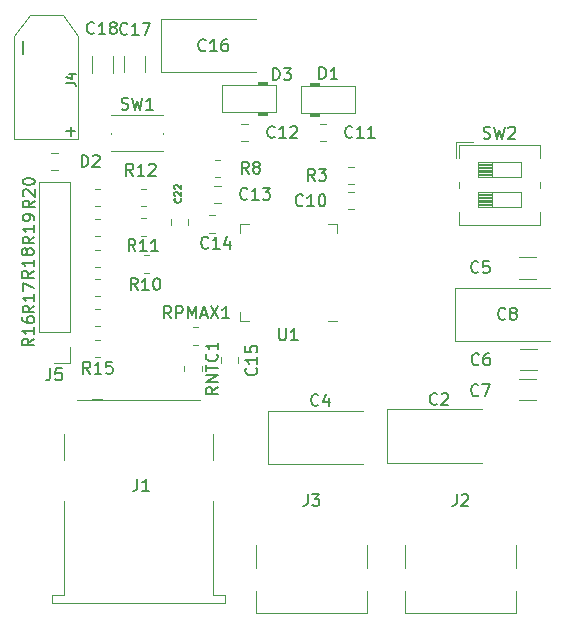
<source format=gbr>
%TF.GenerationSoftware,KiCad,Pcbnew,(6.0.5)*%
%TF.CreationDate,2022-06-14T13:50:17+08:00*%
%TF.ProjectId,V4.0,56342e30-2e6b-4696-9361-645f70636258,rev?*%
%TF.SameCoordinates,Original*%
%TF.FileFunction,Legend,Top*%
%TF.FilePolarity,Positive*%
%FSLAX46Y46*%
G04 Gerber Fmt 4.6, Leading zero omitted, Abs format (unit mm)*
G04 Created by KiCad (PCBNEW (6.0.5)) date 2022-06-14 13:50:17*
%MOMM*%
%LPD*%
G01*
G04 APERTURE LIST*
%ADD10C,0.150000*%
%ADD11C,0.120000*%
%ADD12C,0.100000*%
G04 APERTURE END LIST*
D10*
%TO.C,RNTC1*%
X123057180Y-106754728D02*
X122580990Y-107088061D01*
X123057180Y-107326157D02*
X122057180Y-107326157D01*
X122057180Y-106945204D01*
X122104800Y-106849966D01*
X122152419Y-106802347D01*
X122247657Y-106754728D01*
X122390514Y-106754728D01*
X122485752Y-106802347D01*
X122533371Y-106849966D01*
X122580990Y-106945204D01*
X122580990Y-107326157D01*
X123057180Y-106326157D02*
X122057180Y-106326157D01*
X123057180Y-105754728D01*
X122057180Y-105754728D01*
X122057180Y-105421395D02*
X122057180Y-104849966D01*
X123057180Y-105135680D02*
X122057180Y-105135680D01*
X122961942Y-103945204D02*
X123009561Y-103992823D01*
X123057180Y-104135680D01*
X123057180Y-104230919D01*
X123009561Y-104373776D01*
X122914323Y-104469014D01*
X122819085Y-104516633D01*
X122628609Y-104564252D01*
X122485752Y-104564252D01*
X122295276Y-104516633D01*
X122200038Y-104469014D01*
X122104800Y-104373776D01*
X122057180Y-104230919D01*
X122057180Y-104135680D01*
X122104800Y-103992823D01*
X122152419Y-103945204D01*
X123057180Y-102992823D02*
X123057180Y-103564252D01*
X123057180Y-103278538D02*
X122057180Y-103278538D01*
X122200038Y-103373776D01*
X122295276Y-103469014D01*
X122342895Y-103564252D01*
%TO.C,RPMAX1*%
X119116742Y-100909380D02*
X118783409Y-100433190D01*
X118545314Y-100909380D02*
X118545314Y-99909380D01*
X118926266Y-99909380D01*
X119021504Y-99957000D01*
X119069123Y-100004619D01*
X119116742Y-100099857D01*
X119116742Y-100242714D01*
X119069123Y-100337952D01*
X119021504Y-100385571D01*
X118926266Y-100433190D01*
X118545314Y-100433190D01*
X119545314Y-100909380D02*
X119545314Y-99909380D01*
X119926266Y-99909380D01*
X120021504Y-99957000D01*
X120069123Y-100004619D01*
X120116742Y-100099857D01*
X120116742Y-100242714D01*
X120069123Y-100337952D01*
X120021504Y-100385571D01*
X119926266Y-100433190D01*
X119545314Y-100433190D01*
X120545314Y-100909380D02*
X120545314Y-99909380D01*
X120878647Y-100623666D01*
X121211980Y-99909380D01*
X121211980Y-100909380D01*
X121640552Y-100623666D02*
X122116742Y-100623666D01*
X121545314Y-100909380D02*
X121878647Y-99909380D01*
X122211980Y-100909380D01*
X122450076Y-99909380D02*
X123116742Y-100909380D01*
X123116742Y-99909380D02*
X122450076Y-100909380D01*
X124021504Y-100909380D02*
X123450076Y-100909380D01*
X123735790Y-100909380D02*
X123735790Y-99909380D01*
X123640552Y-100052238D01*
X123545314Y-100147476D01*
X123450076Y-100195095D01*
%TO.C,R18*%
X107462580Y-96908857D02*
X106986390Y-97242190D01*
X107462580Y-97480285D02*
X106462580Y-97480285D01*
X106462580Y-97099333D01*
X106510200Y-97004095D01*
X106557819Y-96956476D01*
X106653057Y-96908857D01*
X106795914Y-96908857D01*
X106891152Y-96956476D01*
X106938771Y-97004095D01*
X106986390Y-97099333D01*
X106986390Y-97480285D01*
X107462580Y-95956476D02*
X107462580Y-96527904D01*
X107462580Y-96242190D02*
X106462580Y-96242190D01*
X106605438Y-96337428D01*
X106700676Y-96432666D01*
X106748295Y-96527904D01*
X106891152Y-95385047D02*
X106843533Y-95480285D01*
X106795914Y-95527904D01*
X106700676Y-95575523D01*
X106653057Y-95575523D01*
X106557819Y-95527904D01*
X106510200Y-95480285D01*
X106462580Y-95385047D01*
X106462580Y-95194571D01*
X106510200Y-95099333D01*
X106557819Y-95051714D01*
X106653057Y-95004095D01*
X106700676Y-95004095D01*
X106795914Y-95051714D01*
X106843533Y-95099333D01*
X106891152Y-95194571D01*
X106891152Y-95385047D01*
X106938771Y-95480285D01*
X106986390Y-95527904D01*
X107081628Y-95575523D01*
X107272104Y-95575523D01*
X107367342Y-95527904D01*
X107414961Y-95480285D01*
X107462580Y-95385047D01*
X107462580Y-95194571D01*
X107414961Y-95099333D01*
X107367342Y-95051714D01*
X107272104Y-95004095D01*
X107081628Y-95004095D01*
X106986390Y-95051714D01*
X106938771Y-95099333D01*
X106891152Y-95194571D01*
%TO.C,C5*%
X145121333Y-96978742D02*
X145073714Y-97026361D01*
X144930857Y-97073980D01*
X144835619Y-97073980D01*
X144692761Y-97026361D01*
X144597523Y-96931123D01*
X144549904Y-96835885D01*
X144502285Y-96645409D01*
X144502285Y-96502552D01*
X144549904Y-96312076D01*
X144597523Y-96216838D01*
X144692761Y-96121600D01*
X144835619Y-96073980D01*
X144930857Y-96073980D01*
X145073714Y-96121600D01*
X145121333Y-96169219D01*
X146026095Y-96073980D02*
X145549904Y-96073980D01*
X145502285Y-96550171D01*
X145549904Y-96502552D01*
X145645142Y-96454933D01*
X145883238Y-96454933D01*
X145978476Y-96502552D01*
X146026095Y-96550171D01*
X146073714Y-96645409D01*
X146073714Y-96883504D01*
X146026095Y-96978742D01*
X145978476Y-97026361D01*
X145883238Y-97073980D01*
X145645142Y-97073980D01*
X145549904Y-97026361D01*
X145502285Y-96978742D01*
%TO.C,C7*%
X145121333Y-107418142D02*
X145073714Y-107465761D01*
X144930857Y-107513380D01*
X144835619Y-107513380D01*
X144692761Y-107465761D01*
X144597523Y-107370523D01*
X144549904Y-107275285D01*
X144502285Y-107084809D01*
X144502285Y-106941952D01*
X144549904Y-106751476D01*
X144597523Y-106656238D01*
X144692761Y-106561000D01*
X144835619Y-106513380D01*
X144930857Y-106513380D01*
X145073714Y-106561000D01*
X145121333Y-106608619D01*
X145454666Y-106513380D02*
X146121333Y-106513380D01*
X145692761Y-107513380D01*
%TO.C,R8*%
X125690333Y-88666580D02*
X125357000Y-88190390D01*
X125118904Y-88666580D02*
X125118904Y-87666580D01*
X125499857Y-87666580D01*
X125595095Y-87714200D01*
X125642714Y-87761819D01*
X125690333Y-87857057D01*
X125690333Y-87999914D01*
X125642714Y-88095152D01*
X125595095Y-88142771D01*
X125499857Y-88190390D01*
X125118904Y-88190390D01*
X126261761Y-88095152D02*
X126166523Y-88047533D01*
X126118904Y-87999914D01*
X126071285Y-87904676D01*
X126071285Y-87857057D01*
X126118904Y-87761819D01*
X126166523Y-87714200D01*
X126261761Y-87666580D01*
X126452238Y-87666580D01*
X126547476Y-87714200D01*
X126595095Y-87761819D01*
X126642714Y-87857057D01*
X126642714Y-87904676D01*
X126595095Y-87999914D01*
X126547476Y-88047533D01*
X126452238Y-88095152D01*
X126261761Y-88095152D01*
X126166523Y-88142771D01*
X126118904Y-88190390D01*
X126071285Y-88285628D01*
X126071285Y-88476104D01*
X126118904Y-88571342D01*
X126166523Y-88618961D01*
X126261761Y-88666580D01*
X126452238Y-88666580D01*
X126547476Y-88618961D01*
X126595095Y-88571342D01*
X126642714Y-88476104D01*
X126642714Y-88285628D01*
X126595095Y-88190390D01*
X126547476Y-88142771D01*
X126452238Y-88095152D01*
%TO.C,R12*%
X115892342Y-88844380D02*
X115559009Y-88368190D01*
X115320914Y-88844380D02*
X115320914Y-87844380D01*
X115701866Y-87844380D01*
X115797104Y-87892000D01*
X115844723Y-87939619D01*
X115892342Y-88034857D01*
X115892342Y-88177714D01*
X115844723Y-88272952D01*
X115797104Y-88320571D01*
X115701866Y-88368190D01*
X115320914Y-88368190D01*
X116844723Y-88844380D02*
X116273295Y-88844380D01*
X116559009Y-88844380D02*
X116559009Y-87844380D01*
X116463771Y-87987238D01*
X116368533Y-88082476D01*
X116273295Y-88130095D01*
X117225676Y-87939619D02*
X117273295Y-87892000D01*
X117368533Y-87844380D01*
X117606628Y-87844380D01*
X117701866Y-87892000D01*
X117749485Y-87939619D01*
X117797104Y-88034857D01*
X117797104Y-88130095D01*
X117749485Y-88272952D01*
X117178057Y-88844380D01*
X117797104Y-88844380D01*
%TO.C,D2*%
X111529904Y-88107780D02*
X111529904Y-87107780D01*
X111768000Y-87107780D01*
X111910857Y-87155400D01*
X112006095Y-87250638D01*
X112053714Y-87345876D01*
X112101333Y-87536352D01*
X112101333Y-87679209D01*
X112053714Y-87869685D01*
X112006095Y-87964923D01*
X111910857Y-88060161D01*
X111768000Y-88107780D01*
X111529904Y-88107780D01*
X112482285Y-87203019D02*
X112529904Y-87155400D01*
X112625142Y-87107780D01*
X112863238Y-87107780D01*
X112958476Y-87155400D01*
X113006095Y-87203019D01*
X113053714Y-87298257D01*
X113053714Y-87393495D01*
X113006095Y-87536352D01*
X112434666Y-88107780D01*
X113053714Y-88107780D01*
%TO.C,R16*%
X107513380Y-102649257D02*
X107037190Y-102982590D01*
X107513380Y-103220685D02*
X106513380Y-103220685D01*
X106513380Y-102839733D01*
X106561000Y-102744495D01*
X106608619Y-102696876D01*
X106703857Y-102649257D01*
X106846714Y-102649257D01*
X106941952Y-102696876D01*
X106989571Y-102744495D01*
X107037190Y-102839733D01*
X107037190Y-103220685D01*
X107513380Y-101696876D02*
X107513380Y-102268304D01*
X107513380Y-101982590D02*
X106513380Y-101982590D01*
X106656238Y-102077828D01*
X106751476Y-102173066D01*
X106799095Y-102268304D01*
X106513380Y-100839733D02*
X106513380Y-101030209D01*
X106561000Y-101125447D01*
X106608619Y-101173066D01*
X106751476Y-101268304D01*
X106941952Y-101315923D01*
X107322904Y-101315923D01*
X107418142Y-101268304D01*
X107465761Y-101220685D01*
X107513380Y-101125447D01*
X107513380Y-100934971D01*
X107465761Y-100839733D01*
X107418142Y-100792114D01*
X107322904Y-100744495D01*
X107084809Y-100744495D01*
X106989571Y-100792114D01*
X106941952Y-100839733D01*
X106894333Y-100934971D01*
X106894333Y-101125447D01*
X106941952Y-101220685D01*
X106989571Y-101268304D01*
X107084809Y-101315923D01*
%TO.C,C18*%
X112590342Y-76760342D02*
X112542723Y-76807961D01*
X112399866Y-76855580D01*
X112304628Y-76855580D01*
X112161771Y-76807961D01*
X112066533Y-76712723D01*
X112018914Y-76617485D01*
X111971295Y-76427009D01*
X111971295Y-76284152D01*
X112018914Y-76093676D01*
X112066533Y-75998438D01*
X112161771Y-75903200D01*
X112304628Y-75855580D01*
X112399866Y-75855580D01*
X112542723Y-75903200D01*
X112590342Y-75950819D01*
X113542723Y-76855580D02*
X112971295Y-76855580D01*
X113257009Y-76855580D02*
X113257009Y-75855580D01*
X113161771Y-75998438D01*
X113066533Y-76093676D01*
X112971295Y-76141295D01*
X114114152Y-76284152D02*
X114018914Y-76236533D01*
X113971295Y-76188914D01*
X113923676Y-76093676D01*
X113923676Y-76046057D01*
X113971295Y-75950819D01*
X114018914Y-75903200D01*
X114114152Y-75855580D01*
X114304628Y-75855580D01*
X114399866Y-75903200D01*
X114447485Y-75950819D01*
X114495104Y-76046057D01*
X114495104Y-76093676D01*
X114447485Y-76188914D01*
X114399866Y-76236533D01*
X114304628Y-76284152D01*
X114114152Y-76284152D01*
X114018914Y-76331771D01*
X113971295Y-76379390D01*
X113923676Y-76474628D01*
X113923676Y-76665104D01*
X113971295Y-76760342D01*
X114018914Y-76807961D01*
X114114152Y-76855580D01*
X114304628Y-76855580D01*
X114399866Y-76807961D01*
X114447485Y-76760342D01*
X114495104Y-76665104D01*
X114495104Y-76474628D01*
X114447485Y-76379390D01*
X114399866Y-76331771D01*
X114304628Y-76284152D01*
%TO.C,R11*%
X116095542Y-95219780D02*
X115762209Y-94743590D01*
X115524114Y-95219780D02*
X115524114Y-94219780D01*
X115905066Y-94219780D01*
X116000304Y-94267400D01*
X116047923Y-94315019D01*
X116095542Y-94410257D01*
X116095542Y-94553114D01*
X116047923Y-94648352D01*
X116000304Y-94695971D01*
X115905066Y-94743590D01*
X115524114Y-94743590D01*
X117047923Y-95219780D02*
X116476495Y-95219780D01*
X116762209Y-95219780D02*
X116762209Y-94219780D01*
X116666971Y-94362638D01*
X116571733Y-94457876D01*
X116476495Y-94505495D01*
X118000304Y-95219780D02*
X117428876Y-95219780D01*
X117714590Y-95219780D02*
X117714590Y-94219780D01*
X117619352Y-94362638D01*
X117524114Y-94457876D01*
X117428876Y-94505495D01*
%TO.C,C12*%
X127881142Y-85548742D02*
X127833523Y-85596361D01*
X127690666Y-85643980D01*
X127595428Y-85643980D01*
X127452571Y-85596361D01*
X127357333Y-85501123D01*
X127309714Y-85405885D01*
X127262095Y-85215409D01*
X127262095Y-85072552D01*
X127309714Y-84882076D01*
X127357333Y-84786838D01*
X127452571Y-84691600D01*
X127595428Y-84643980D01*
X127690666Y-84643980D01*
X127833523Y-84691600D01*
X127881142Y-84739219D01*
X128833523Y-85643980D02*
X128262095Y-85643980D01*
X128547809Y-85643980D02*
X128547809Y-84643980D01*
X128452571Y-84786838D01*
X128357333Y-84882076D01*
X128262095Y-84929695D01*
X129214476Y-84739219D02*
X129262095Y-84691600D01*
X129357333Y-84643980D01*
X129595428Y-84643980D01*
X129690666Y-84691600D01*
X129738285Y-84739219D01*
X129785904Y-84834457D01*
X129785904Y-84929695D01*
X129738285Y-85072552D01*
X129166857Y-85643980D01*
X129785904Y-85643980D01*
%TO.C,C11*%
X134459742Y-85548742D02*
X134412123Y-85596361D01*
X134269266Y-85643980D01*
X134174028Y-85643980D01*
X134031171Y-85596361D01*
X133935933Y-85501123D01*
X133888314Y-85405885D01*
X133840695Y-85215409D01*
X133840695Y-85072552D01*
X133888314Y-84882076D01*
X133935933Y-84786838D01*
X134031171Y-84691600D01*
X134174028Y-84643980D01*
X134269266Y-84643980D01*
X134412123Y-84691600D01*
X134459742Y-84739219D01*
X135412123Y-85643980D02*
X134840695Y-85643980D01*
X135126409Y-85643980D02*
X135126409Y-84643980D01*
X135031171Y-84786838D01*
X134935933Y-84882076D01*
X134840695Y-84929695D01*
X136364504Y-85643980D02*
X135793076Y-85643980D01*
X136078790Y-85643980D02*
X136078790Y-84643980D01*
X135983552Y-84786838D01*
X135888314Y-84882076D01*
X135793076Y-84929695D01*
%TO.C,C4*%
X131583333Y-108257142D02*
X131535714Y-108304761D01*
X131392857Y-108352380D01*
X131297619Y-108352380D01*
X131154761Y-108304761D01*
X131059523Y-108209523D01*
X131011904Y-108114285D01*
X130964285Y-107923809D01*
X130964285Y-107780952D01*
X131011904Y-107590476D01*
X131059523Y-107495238D01*
X131154761Y-107400000D01*
X131297619Y-107352380D01*
X131392857Y-107352380D01*
X131535714Y-107400000D01*
X131583333Y-107447619D01*
X132440476Y-107685714D02*
X132440476Y-108352380D01*
X132202380Y-107304761D02*
X131964285Y-108019047D01*
X132583333Y-108019047D01*
%TO.C,SW1*%
X114922466Y-83197161D02*
X115065323Y-83244780D01*
X115303419Y-83244780D01*
X115398657Y-83197161D01*
X115446276Y-83149542D01*
X115493895Y-83054304D01*
X115493895Y-82959066D01*
X115446276Y-82863828D01*
X115398657Y-82816209D01*
X115303419Y-82768590D01*
X115112942Y-82720971D01*
X115017704Y-82673352D01*
X114970085Y-82625733D01*
X114922466Y-82530495D01*
X114922466Y-82435257D01*
X114970085Y-82340019D01*
X115017704Y-82292400D01*
X115112942Y-82244780D01*
X115351038Y-82244780D01*
X115493895Y-82292400D01*
X115827228Y-82244780D02*
X116065323Y-83244780D01*
X116255800Y-82530495D01*
X116446276Y-83244780D01*
X116684371Y-82244780D01*
X117589133Y-83244780D02*
X117017704Y-83244780D01*
X117303419Y-83244780D02*
X117303419Y-82244780D01*
X117208180Y-82387638D01*
X117112942Y-82482876D01*
X117017704Y-82530495D01*
%TO.C,U1*%
X128270095Y-101780380D02*
X128270095Y-102589904D01*
X128317714Y-102685142D01*
X128365333Y-102732761D01*
X128460571Y-102780380D01*
X128651047Y-102780380D01*
X128746285Y-102732761D01*
X128793904Y-102685142D01*
X128841523Y-102589904D01*
X128841523Y-101780380D01*
X129841523Y-102780380D02*
X129270095Y-102780380D01*
X129555809Y-102780380D02*
X129555809Y-101780380D01*
X129460571Y-101923238D01*
X129365333Y-102018476D01*
X129270095Y-102066095D01*
%TO.C,C6*%
X145172133Y-104801942D02*
X145124514Y-104849561D01*
X144981657Y-104897180D01*
X144886419Y-104897180D01*
X144743561Y-104849561D01*
X144648323Y-104754323D01*
X144600704Y-104659085D01*
X144553085Y-104468609D01*
X144553085Y-104325752D01*
X144600704Y-104135276D01*
X144648323Y-104040038D01*
X144743561Y-103944800D01*
X144886419Y-103897180D01*
X144981657Y-103897180D01*
X145124514Y-103944800D01*
X145172133Y-103992419D01*
X146029276Y-103897180D02*
X145838800Y-103897180D01*
X145743561Y-103944800D01*
X145695942Y-103992419D01*
X145600704Y-104135276D01*
X145553085Y-104325752D01*
X145553085Y-104706704D01*
X145600704Y-104801942D01*
X145648323Y-104849561D01*
X145743561Y-104897180D01*
X145934038Y-104897180D01*
X146029276Y-104849561D01*
X146076895Y-104801942D01*
X146124514Y-104706704D01*
X146124514Y-104468609D01*
X146076895Y-104373371D01*
X146029276Y-104325752D01*
X145934038Y-104278133D01*
X145743561Y-104278133D01*
X145648323Y-104325752D01*
X145600704Y-104373371D01*
X145553085Y-104468609D01*
%TO.C,R19*%
X107538780Y-94013257D02*
X107062590Y-94346590D01*
X107538780Y-94584685D02*
X106538780Y-94584685D01*
X106538780Y-94203733D01*
X106586400Y-94108495D01*
X106634019Y-94060876D01*
X106729257Y-94013257D01*
X106872114Y-94013257D01*
X106967352Y-94060876D01*
X107014971Y-94108495D01*
X107062590Y-94203733D01*
X107062590Y-94584685D01*
X107538780Y-93060876D02*
X107538780Y-93632304D01*
X107538780Y-93346590D02*
X106538780Y-93346590D01*
X106681638Y-93441828D01*
X106776876Y-93537066D01*
X106824495Y-93632304D01*
X107538780Y-92584685D02*
X107538780Y-92394209D01*
X107491161Y-92298971D01*
X107443542Y-92251352D01*
X107300685Y-92156114D01*
X107110209Y-92108495D01*
X106729257Y-92108495D01*
X106634019Y-92156114D01*
X106586400Y-92203733D01*
X106538780Y-92298971D01*
X106538780Y-92489447D01*
X106586400Y-92584685D01*
X106634019Y-92632304D01*
X106729257Y-92679923D01*
X106967352Y-92679923D01*
X107062590Y-92632304D01*
X107110209Y-92584685D01*
X107157828Y-92489447D01*
X107157828Y-92298971D01*
X107110209Y-92203733D01*
X107062590Y-92156114D01*
X106967352Y-92108495D01*
%TO.C,C8*%
X147407333Y-100941142D02*
X147359714Y-100988761D01*
X147216857Y-101036380D01*
X147121619Y-101036380D01*
X146978761Y-100988761D01*
X146883523Y-100893523D01*
X146835904Y-100798285D01*
X146788285Y-100607809D01*
X146788285Y-100464952D01*
X146835904Y-100274476D01*
X146883523Y-100179238D01*
X146978761Y-100084000D01*
X147121619Y-100036380D01*
X147216857Y-100036380D01*
X147359714Y-100084000D01*
X147407333Y-100131619D01*
X147978761Y-100464952D02*
X147883523Y-100417333D01*
X147835904Y-100369714D01*
X147788285Y-100274476D01*
X147788285Y-100226857D01*
X147835904Y-100131619D01*
X147883523Y-100084000D01*
X147978761Y-100036380D01*
X148169238Y-100036380D01*
X148264476Y-100084000D01*
X148312095Y-100131619D01*
X148359714Y-100226857D01*
X148359714Y-100274476D01*
X148312095Y-100369714D01*
X148264476Y-100417333D01*
X148169238Y-100464952D01*
X147978761Y-100464952D01*
X147883523Y-100512571D01*
X147835904Y-100560190D01*
X147788285Y-100655428D01*
X147788285Y-100845904D01*
X147835904Y-100941142D01*
X147883523Y-100988761D01*
X147978761Y-101036380D01*
X148169238Y-101036380D01*
X148264476Y-100988761D01*
X148312095Y-100941142D01*
X148359714Y-100845904D01*
X148359714Y-100655428D01*
X148312095Y-100560190D01*
X148264476Y-100512571D01*
X148169238Y-100464952D01*
%TO.C,D3*%
X127735104Y-80741780D02*
X127735104Y-79741780D01*
X127973200Y-79741780D01*
X128116057Y-79789400D01*
X128211295Y-79884638D01*
X128258914Y-79979876D01*
X128306533Y-80170352D01*
X128306533Y-80313209D01*
X128258914Y-80503685D01*
X128211295Y-80598923D01*
X128116057Y-80694161D01*
X127973200Y-80741780D01*
X127735104Y-80741780D01*
X128639866Y-79741780D02*
X129258914Y-79741780D01*
X128925580Y-80122733D01*
X129068438Y-80122733D01*
X129163676Y-80170352D01*
X129211295Y-80217971D01*
X129258914Y-80313209D01*
X129258914Y-80551304D01*
X129211295Y-80646542D01*
X129163676Y-80694161D01*
X129068438Y-80741780D01*
X128782723Y-80741780D01*
X128687485Y-80694161D01*
X128639866Y-80646542D01*
%TO.C,R17*%
X107538780Y-99855257D02*
X107062590Y-100188590D01*
X107538780Y-100426685D02*
X106538780Y-100426685D01*
X106538780Y-100045733D01*
X106586400Y-99950495D01*
X106634019Y-99902876D01*
X106729257Y-99855257D01*
X106872114Y-99855257D01*
X106967352Y-99902876D01*
X107014971Y-99950495D01*
X107062590Y-100045733D01*
X107062590Y-100426685D01*
X107538780Y-98902876D02*
X107538780Y-99474304D01*
X107538780Y-99188590D02*
X106538780Y-99188590D01*
X106681638Y-99283828D01*
X106776876Y-99379066D01*
X106824495Y-99474304D01*
X106538780Y-98569542D02*
X106538780Y-97902876D01*
X107538780Y-98331447D01*
%TO.C,J4*%
X110229704Y-80987866D02*
X110801133Y-80987866D01*
X110915419Y-81025961D01*
X110991609Y-81102152D01*
X111029704Y-81216438D01*
X111029704Y-81292628D01*
X110496371Y-80264057D02*
X111029704Y-80264057D01*
X110191609Y-80454533D02*
X110763038Y-80645009D01*
X110763038Y-80149771D01*
X106533142Y-78549428D02*
X106533142Y-77406571D01*
X110612228Y-85470952D02*
X110612228Y-84709047D01*
X110993180Y-85090000D02*
X110231276Y-85090000D01*
%TO.C,C16*%
X122039142Y-78208142D02*
X121991523Y-78255761D01*
X121848666Y-78303380D01*
X121753428Y-78303380D01*
X121610571Y-78255761D01*
X121515333Y-78160523D01*
X121467714Y-78065285D01*
X121420095Y-77874809D01*
X121420095Y-77731952D01*
X121467714Y-77541476D01*
X121515333Y-77446238D01*
X121610571Y-77351000D01*
X121753428Y-77303380D01*
X121848666Y-77303380D01*
X121991523Y-77351000D01*
X122039142Y-77398619D01*
X122991523Y-78303380D02*
X122420095Y-78303380D01*
X122705809Y-78303380D02*
X122705809Y-77303380D01*
X122610571Y-77446238D01*
X122515333Y-77541476D01*
X122420095Y-77589095D01*
X123848666Y-77303380D02*
X123658190Y-77303380D01*
X123562952Y-77351000D01*
X123515333Y-77398619D01*
X123420095Y-77541476D01*
X123372476Y-77731952D01*
X123372476Y-78112904D01*
X123420095Y-78208142D01*
X123467714Y-78255761D01*
X123562952Y-78303380D01*
X123753428Y-78303380D01*
X123848666Y-78255761D01*
X123896285Y-78208142D01*
X123943904Y-78112904D01*
X123943904Y-77874809D01*
X123896285Y-77779571D01*
X123848666Y-77731952D01*
X123753428Y-77684333D01*
X123562952Y-77684333D01*
X123467714Y-77731952D01*
X123420095Y-77779571D01*
X123372476Y-77874809D01*
%TO.C,C2*%
X141633333Y-108157142D02*
X141585714Y-108204761D01*
X141442857Y-108252380D01*
X141347619Y-108252380D01*
X141204761Y-108204761D01*
X141109523Y-108109523D01*
X141061904Y-108014285D01*
X141014285Y-107823809D01*
X141014285Y-107680952D01*
X141061904Y-107490476D01*
X141109523Y-107395238D01*
X141204761Y-107300000D01*
X141347619Y-107252380D01*
X141442857Y-107252380D01*
X141585714Y-107300000D01*
X141633333Y-107347619D01*
X142014285Y-107347619D02*
X142061904Y-107300000D01*
X142157142Y-107252380D01*
X142395238Y-107252380D01*
X142490476Y-107300000D01*
X142538095Y-107347619D01*
X142585714Y-107442857D01*
X142585714Y-107538095D01*
X142538095Y-107680952D01*
X141966666Y-108252380D01*
X142585714Y-108252380D01*
%TO.C,C14*%
X122267742Y-94921342D02*
X122220123Y-94968961D01*
X122077266Y-95016580D01*
X121982028Y-95016580D01*
X121839171Y-94968961D01*
X121743933Y-94873723D01*
X121696314Y-94778485D01*
X121648695Y-94588009D01*
X121648695Y-94445152D01*
X121696314Y-94254676D01*
X121743933Y-94159438D01*
X121839171Y-94064200D01*
X121982028Y-94016580D01*
X122077266Y-94016580D01*
X122220123Y-94064200D01*
X122267742Y-94111819D01*
X123220123Y-95016580D02*
X122648695Y-95016580D01*
X122934409Y-95016580D02*
X122934409Y-94016580D01*
X122839171Y-94159438D01*
X122743933Y-94254676D01*
X122648695Y-94302295D01*
X124077266Y-94349914D02*
X124077266Y-95016580D01*
X123839171Y-93968961D02*
X123601076Y-94683247D01*
X124220123Y-94683247D01*
%TO.C,C10*%
X130268742Y-91339942D02*
X130221123Y-91387561D01*
X130078266Y-91435180D01*
X129983028Y-91435180D01*
X129840171Y-91387561D01*
X129744933Y-91292323D01*
X129697314Y-91197085D01*
X129649695Y-91006609D01*
X129649695Y-90863752D01*
X129697314Y-90673276D01*
X129744933Y-90578038D01*
X129840171Y-90482800D01*
X129983028Y-90435180D01*
X130078266Y-90435180D01*
X130221123Y-90482800D01*
X130268742Y-90530419D01*
X131221123Y-91435180D02*
X130649695Y-91435180D01*
X130935409Y-91435180D02*
X130935409Y-90435180D01*
X130840171Y-90578038D01*
X130744933Y-90673276D01*
X130649695Y-90720895D01*
X131840171Y-90435180D02*
X131935409Y-90435180D01*
X132030647Y-90482800D01*
X132078266Y-90530419D01*
X132125885Y-90625657D01*
X132173504Y-90816133D01*
X132173504Y-91054228D01*
X132125885Y-91244704D01*
X132078266Y-91339942D01*
X132030647Y-91387561D01*
X131935409Y-91435180D01*
X131840171Y-91435180D01*
X131744933Y-91387561D01*
X131697314Y-91339942D01*
X131649695Y-91244704D01*
X131602076Y-91054228D01*
X131602076Y-90816133D01*
X131649695Y-90625657D01*
X131697314Y-90530419D01*
X131744933Y-90482800D01*
X131840171Y-90435180D01*
%TO.C,R10*%
X116273342Y-98521780D02*
X115940009Y-98045590D01*
X115701914Y-98521780D02*
X115701914Y-97521780D01*
X116082866Y-97521780D01*
X116178104Y-97569400D01*
X116225723Y-97617019D01*
X116273342Y-97712257D01*
X116273342Y-97855114D01*
X116225723Y-97950352D01*
X116178104Y-97997971D01*
X116082866Y-98045590D01*
X115701914Y-98045590D01*
X117225723Y-98521780D02*
X116654295Y-98521780D01*
X116940009Y-98521780D02*
X116940009Y-97521780D01*
X116844771Y-97664638D01*
X116749533Y-97759876D01*
X116654295Y-97807495D01*
X117844771Y-97521780D02*
X117940009Y-97521780D01*
X118035247Y-97569400D01*
X118082866Y-97617019D01*
X118130485Y-97712257D01*
X118178104Y-97902733D01*
X118178104Y-98140828D01*
X118130485Y-98331304D01*
X118082866Y-98426542D01*
X118035247Y-98474161D01*
X117940009Y-98521780D01*
X117844771Y-98521780D01*
X117749533Y-98474161D01*
X117701914Y-98426542D01*
X117654295Y-98331304D01*
X117606676Y-98140828D01*
X117606676Y-97902733D01*
X117654295Y-97712257D01*
X117701914Y-97617019D01*
X117749533Y-97569400D01*
X117844771Y-97521780D01*
%TO.C,R20*%
X107564180Y-90965257D02*
X107087990Y-91298590D01*
X107564180Y-91536685D02*
X106564180Y-91536685D01*
X106564180Y-91155733D01*
X106611800Y-91060495D01*
X106659419Y-91012876D01*
X106754657Y-90965257D01*
X106897514Y-90965257D01*
X106992752Y-91012876D01*
X107040371Y-91060495D01*
X107087990Y-91155733D01*
X107087990Y-91536685D01*
X106659419Y-90584304D02*
X106611800Y-90536685D01*
X106564180Y-90441447D01*
X106564180Y-90203352D01*
X106611800Y-90108114D01*
X106659419Y-90060495D01*
X106754657Y-90012876D01*
X106849895Y-90012876D01*
X106992752Y-90060495D01*
X107564180Y-90631923D01*
X107564180Y-90012876D01*
X106564180Y-89393828D02*
X106564180Y-89298590D01*
X106611800Y-89203352D01*
X106659419Y-89155733D01*
X106754657Y-89108114D01*
X106945133Y-89060495D01*
X107183228Y-89060495D01*
X107373704Y-89108114D01*
X107468942Y-89155733D01*
X107516561Y-89203352D01*
X107564180Y-89298590D01*
X107564180Y-89393828D01*
X107516561Y-89489066D01*
X107468942Y-89536685D01*
X107373704Y-89584304D01*
X107183228Y-89631923D01*
X106945133Y-89631923D01*
X106754657Y-89584304D01*
X106659419Y-89536685D01*
X106611800Y-89489066D01*
X106564180Y-89393828D01*
%TO.C,C15*%
X126315742Y-105138457D02*
X126363361Y-105186076D01*
X126410980Y-105328933D01*
X126410980Y-105424171D01*
X126363361Y-105567028D01*
X126268123Y-105662266D01*
X126172885Y-105709885D01*
X125982409Y-105757504D01*
X125839552Y-105757504D01*
X125649076Y-105709885D01*
X125553838Y-105662266D01*
X125458600Y-105567028D01*
X125410980Y-105424171D01*
X125410980Y-105328933D01*
X125458600Y-105186076D01*
X125506219Y-105138457D01*
X126410980Y-104186076D02*
X126410980Y-104757504D01*
X126410980Y-104471790D02*
X125410980Y-104471790D01*
X125553838Y-104567028D01*
X125649076Y-104662266D01*
X125696695Y-104757504D01*
X125410980Y-103281314D02*
X125410980Y-103757504D01*
X125887171Y-103805123D01*
X125839552Y-103757504D01*
X125791933Y-103662266D01*
X125791933Y-103424171D01*
X125839552Y-103328933D01*
X125887171Y-103281314D01*
X125982409Y-103233695D01*
X126220504Y-103233695D01*
X126315742Y-103281314D01*
X126363361Y-103328933D01*
X126410980Y-103424171D01*
X126410980Y-103662266D01*
X126363361Y-103757504D01*
X126315742Y-103805123D01*
%TO.C,C17*%
X115409742Y-76811142D02*
X115362123Y-76858761D01*
X115219266Y-76906380D01*
X115124028Y-76906380D01*
X114981171Y-76858761D01*
X114885933Y-76763523D01*
X114838314Y-76668285D01*
X114790695Y-76477809D01*
X114790695Y-76334952D01*
X114838314Y-76144476D01*
X114885933Y-76049238D01*
X114981171Y-75954000D01*
X115124028Y-75906380D01*
X115219266Y-75906380D01*
X115362123Y-75954000D01*
X115409742Y-76001619D01*
X116362123Y-76906380D02*
X115790695Y-76906380D01*
X116076409Y-76906380D02*
X116076409Y-75906380D01*
X115981171Y-76049238D01*
X115885933Y-76144476D01*
X115790695Y-76192095D01*
X116695457Y-75906380D02*
X117362123Y-75906380D01*
X116933552Y-76906380D01*
%TO.C,C13*%
X125569742Y-90781142D02*
X125522123Y-90828761D01*
X125379266Y-90876380D01*
X125284028Y-90876380D01*
X125141171Y-90828761D01*
X125045933Y-90733523D01*
X124998314Y-90638285D01*
X124950695Y-90447809D01*
X124950695Y-90304952D01*
X124998314Y-90114476D01*
X125045933Y-90019238D01*
X125141171Y-89924000D01*
X125284028Y-89876380D01*
X125379266Y-89876380D01*
X125522123Y-89924000D01*
X125569742Y-89971619D01*
X126522123Y-90876380D02*
X125950695Y-90876380D01*
X126236409Y-90876380D02*
X126236409Y-89876380D01*
X126141171Y-90019238D01*
X126045933Y-90114476D01*
X125950695Y-90162095D01*
X126855457Y-89876380D02*
X127474504Y-89876380D01*
X127141171Y-90257333D01*
X127284028Y-90257333D01*
X127379266Y-90304952D01*
X127426885Y-90352571D01*
X127474504Y-90447809D01*
X127474504Y-90685904D01*
X127426885Y-90781142D01*
X127379266Y-90828761D01*
X127284028Y-90876380D01*
X126998314Y-90876380D01*
X126903076Y-90828761D01*
X126855457Y-90781142D01*
%TO.C,SW2*%
X145580266Y-85661361D02*
X145723123Y-85708980D01*
X145961219Y-85708980D01*
X146056457Y-85661361D01*
X146104076Y-85613742D01*
X146151695Y-85518504D01*
X146151695Y-85423266D01*
X146104076Y-85328028D01*
X146056457Y-85280409D01*
X145961219Y-85232790D01*
X145770742Y-85185171D01*
X145675504Y-85137552D01*
X145627885Y-85089933D01*
X145580266Y-84994695D01*
X145580266Y-84899457D01*
X145627885Y-84804219D01*
X145675504Y-84756600D01*
X145770742Y-84708980D01*
X146008838Y-84708980D01*
X146151695Y-84756600D01*
X146485028Y-84708980D02*
X146723123Y-85708980D01*
X146913600Y-84994695D01*
X147104076Y-85708980D01*
X147342171Y-84708980D01*
X147675504Y-84804219D02*
X147723123Y-84756600D01*
X147818361Y-84708980D01*
X148056457Y-84708980D01*
X148151695Y-84756600D01*
X148199314Y-84804219D01*
X148246933Y-84899457D01*
X148246933Y-84994695D01*
X148199314Y-85137552D01*
X147627885Y-85708980D01*
X148246933Y-85708980D01*
%TO.C,J2*%
X143278266Y-115807380D02*
X143278266Y-116521666D01*
X143230647Y-116664523D01*
X143135409Y-116759761D01*
X142992552Y-116807380D01*
X142897314Y-116807380D01*
X143706838Y-115902619D02*
X143754457Y-115855000D01*
X143849695Y-115807380D01*
X144087790Y-115807380D01*
X144183028Y-115855000D01*
X144230647Y-115902619D01*
X144278266Y-115997857D01*
X144278266Y-116093095D01*
X144230647Y-116235952D01*
X143659219Y-116807380D01*
X144278266Y-116807380D01*
%TO.C,R3*%
X131278333Y-89276180D02*
X130945000Y-88799990D01*
X130706904Y-89276180D02*
X130706904Y-88276180D01*
X131087857Y-88276180D01*
X131183095Y-88323800D01*
X131230714Y-88371419D01*
X131278333Y-88466657D01*
X131278333Y-88609514D01*
X131230714Y-88704752D01*
X131183095Y-88752371D01*
X131087857Y-88799990D01*
X130706904Y-88799990D01*
X131611666Y-88276180D02*
X132230714Y-88276180D01*
X131897380Y-88657133D01*
X132040238Y-88657133D01*
X132135476Y-88704752D01*
X132183095Y-88752371D01*
X132230714Y-88847609D01*
X132230714Y-89085704D01*
X132183095Y-89180942D01*
X132135476Y-89228561D01*
X132040238Y-89276180D01*
X131754523Y-89276180D01*
X131659285Y-89228561D01*
X131611666Y-89180942D01*
%TO.C,J5*%
X108886666Y-105160380D02*
X108886666Y-105874666D01*
X108839047Y-106017523D01*
X108743809Y-106112761D01*
X108600952Y-106160380D01*
X108505714Y-106160380D01*
X109839047Y-105160380D02*
X109362857Y-105160380D01*
X109315238Y-105636571D01*
X109362857Y-105588952D01*
X109458095Y-105541333D01*
X109696190Y-105541333D01*
X109791428Y-105588952D01*
X109839047Y-105636571D01*
X109886666Y-105731809D01*
X109886666Y-105969904D01*
X109839047Y-106065142D01*
X109791428Y-106112761D01*
X109696190Y-106160380D01*
X109458095Y-106160380D01*
X109362857Y-106112761D01*
X109315238Y-106065142D01*
%TO.C,J1*%
X116252666Y-114514380D02*
X116252666Y-115228666D01*
X116205047Y-115371523D01*
X116109809Y-115466761D01*
X115966952Y-115514380D01*
X115871714Y-115514380D01*
X117252666Y-115514380D02*
X116681238Y-115514380D01*
X116966952Y-115514380D02*
X116966952Y-114514380D01*
X116871714Y-114657238D01*
X116776476Y-114752476D01*
X116681238Y-114800095D01*
%TO.C,J3*%
X130666666Y-115807380D02*
X130666666Y-116521666D01*
X130619047Y-116664523D01*
X130523809Y-116759761D01*
X130380952Y-116807380D01*
X130285714Y-116807380D01*
X131047619Y-115807380D02*
X131666666Y-115807380D01*
X131333333Y-116188333D01*
X131476190Y-116188333D01*
X131571428Y-116235952D01*
X131619047Y-116283571D01*
X131666666Y-116378809D01*
X131666666Y-116616904D01*
X131619047Y-116712142D01*
X131571428Y-116759761D01*
X131476190Y-116807380D01*
X131190476Y-116807380D01*
X131095238Y-116759761D01*
X131047619Y-116712142D01*
%TO.C,C22*%
X119924485Y-90758914D02*
X119953057Y-90787485D01*
X119981628Y-90873200D01*
X119981628Y-90930342D01*
X119953057Y-91016057D01*
X119895914Y-91073200D01*
X119838771Y-91101771D01*
X119724485Y-91130342D01*
X119638771Y-91130342D01*
X119524485Y-91101771D01*
X119467342Y-91073200D01*
X119410200Y-91016057D01*
X119381628Y-90930342D01*
X119381628Y-90873200D01*
X119410200Y-90787485D01*
X119438771Y-90758914D01*
X119438771Y-90530342D02*
X119410200Y-90501771D01*
X119381628Y-90444628D01*
X119381628Y-90301771D01*
X119410200Y-90244628D01*
X119438771Y-90216057D01*
X119495914Y-90187485D01*
X119553057Y-90187485D01*
X119638771Y-90216057D01*
X119981628Y-90558914D01*
X119981628Y-90187485D01*
X119438771Y-89958914D02*
X119410200Y-89930342D01*
X119381628Y-89873200D01*
X119381628Y-89730342D01*
X119410200Y-89673200D01*
X119438771Y-89644628D01*
X119495914Y-89616057D01*
X119553057Y-89616057D01*
X119638771Y-89644628D01*
X119981628Y-89987485D01*
X119981628Y-89616057D01*
%TO.C,D1*%
X131672104Y-80665580D02*
X131672104Y-79665580D01*
X131910200Y-79665580D01*
X132053057Y-79713200D01*
X132148295Y-79808438D01*
X132195914Y-79903676D01*
X132243533Y-80094152D01*
X132243533Y-80237009D01*
X132195914Y-80427485D01*
X132148295Y-80522723D01*
X132053057Y-80617961D01*
X131910200Y-80665580D01*
X131672104Y-80665580D01*
X133195914Y-80665580D02*
X132624485Y-80665580D01*
X132910200Y-80665580D02*
X132910200Y-79665580D01*
X132814961Y-79808438D01*
X132719723Y-79903676D01*
X132624485Y-79951295D01*
%TO.C,R15*%
X112260142Y-105607380D02*
X111926809Y-105131190D01*
X111688714Y-105607380D02*
X111688714Y-104607380D01*
X112069666Y-104607380D01*
X112164904Y-104655000D01*
X112212523Y-104702619D01*
X112260142Y-104797857D01*
X112260142Y-104940714D01*
X112212523Y-105035952D01*
X112164904Y-105083571D01*
X112069666Y-105131190D01*
X111688714Y-105131190D01*
X113212523Y-105607380D02*
X112641095Y-105607380D01*
X112926809Y-105607380D02*
X112926809Y-104607380D01*
X112831571Y-104750238D01*
X112736333Y-104845476D01*
X112641095Y-104893095D01*
X114117285Y-104607380D02*
X113641095Y-104607380D01*
X113593476Y-105083571D01*
X113641095Y-105035952D01*
X113736333Y-104988333D01*
X113974428Y-104988333D01*
X114069666Y-105035952D01*
X114117285Y-105083571D01*
X114164904Y-105178809D01*
X114164904Y-105416904D01*
X114117285Y-105512142D01*
X114069666Y-105559761D01*
X113974428Y-105607380D01*
X113736333Y-105607380D01*
X113641095Y-105559761D01*
X113593476Y-105512142D01*
D11*
%TO.C,RNTC1*%
X120219800Y-104956236D02*
X120219800Y-105410364D01*
X121689800Y-104956236D02*
X121689800Y-105410364D01*
%TO.C,RPMAX1*%
X121385064Y-103147800D02*
X120930936Y-103147800D01*
X121385064Y-101677800D02*
X120930936Y-101677800D01*
%TO.C,R18*%
X113104664Y-95099200D02*
X112650536Y-95099200D01*
X113104664Y-96569200D02*
X112650536Y-96569200D01*
%TO.C,C5*%
X148564548Y-97557000D02*
X149987052Y-97557000D01*
X148564548Y-95737000D02*
X149987052Y-95737000D01*
%TO.C,C7*%
X148589948Y-106024000D02*
X150012452Y-106024000D01*
X148589948Y-107844000D02*
X150012452Y-107844000D01*
%TO.C,R8*%
X123264664Y-88974600D02*
X122810536Y-88974600D01*
X123264664Y-87504600D02*
X122810536Y-87504600D01*
%TO.C,R12*%
X116990864Y-91438400D02*
X116536736Y-91438400D01*
X116990864Y-89968400D02*
X116536736Y-89968400D01*
%TO.C,D2*%
X108984148Y-86895000D02*
X109506652Y-86895000D01*
X108984148Y-88365000D02*
X109506652Y-88365000D01*
%TO.C,R16*%
X113130064Y-100103000D02*
X112675936Y-100103000D01*
X113130064Y-101573000D02*
X112675936Y-101573000D01*
%TO.C,C18*%
X114219400Y-80137052D02*
X114219400Y-78714548D01*
X112399400Y-80137052D02*
X112399400Y-78714548D01*
%TO.C,R11*%
X116990864Y-92457600D02*
X116536736Y-92457600D01*
X116990864Y-93927600D02*
X116536736Y-93927600D01*
%TO.C,C12*%
X125584852Y-85926600D02*
X125062348Y-85926600D01*
X125584852Y-84456600D02*
X125062348Y-84456600D01*
%TO.C,C11*%
X131717148Y-85926600D02*
X132239652Y-85926600D01*
X131717148Y-84456600D02*
X132239652Y-84456600D01*
%TO.C,C4*%
X127340000Y-113260000D02*
X135400000Y-113260000D01*
X135400000Y-108740000D02*
X127340000Y-108740000D01*
X127340000Y-108740000D02*
X127340000Y-113260000D01*
%TO.C,SW1*%
X114055800Y-86792400D02*
X118455800Y-86792400D01*
X114055800Y-85292400D02*
X114055800Y-85192400D01*
X118455800Y-83692400D02*
X114055800Y-83692400D01*
X118455800Y-85292400D02*
X118455800Y-85192400D01*
%TO.C,U1*%
X125672000Y-92918000D02*
X124922000Y-92918000D01*
X124922000Y-92918000D02*
X124922000Y-93668000D01*
X125672000Y-101138000D02*
X124922000Y-101138000D01*
X133142000Y-92918000D02*
X133142000Y-93668000D01*
X132392000Y-92918000D02*
X133142000Y-92918000D01*
X124922000Y-101138000D02*
X124922000Y-100388000D01*
X132392000Y-101138000D02*
X133142000Y-101138000D01*
%TO.C,C6*%
X148640748Y-105304000D02*
X150063252Y-105304000D01*
X148640748Y-103484000D02*
X150063252Y-103484000D01*
%TO.C,R19*%
X113130064Y-92483000D02*
X112675936Y-92483000D01*
X113130064Y-93953000D02*
X112675936Y-93953000D01*
%TO.C,C8*%
X143164000Y-102844000D02*
X151224000Y-102844000D01*
X151224000Y-98324000D02*
X143164000Y-98324000D01*
X143164000Y-98324000D02*
X143164000Y-102844000D01*
%TO.C,D3*%
X123444000Y-83464400D02*
X123444000Y-81178400D01*
X123444000Y-81178400D02*
X128016000Y-81178400D01*
X128016000Y-81178400D02*
X128016000Y-83464400D01*
X128016000Y-83464400D02*
X123444000Y-83464400D01*
G36*
X127254000Y-81178400D02*
G01*
X126492000Y-81178400D01*
X126492000Y-80924400D01*
X127254000Y-80924400D01*
X127254000Y-81178400D01*
G37*
D12*
X127254000Y-81178400D02*
X126492000Y-81178400D01*
X126492000Y-80924400D01*
X127254000Y-80924400D01*
X127254000Y-81178400D01*
G36*
X127254000Y-83718400D02*
G01*
X126492000Y-83718400D01*
X126492000Y-83464400D01*
X127254000Y-83464400D01*
X127254000Y-83718400D01*
G37*
X127254000Y-83718400D02*
X126492000Y-83718400D01*
X126492000Y-83464400D01*
X127254000Y-83464400D01*
X127254000Y-83718400D01*
D11*
%TO.C,R17*%
X113130064Y-99033000D02*
X112675936Y-99033000D01*
X113130064Y-97563000D02*
X112675936Y-97563000D01*
%TO.C,J4*%
X107124200Y-75282600D02*
X105824200Y-76982600D01*
X105824200Y-76982600D02*
X105824200Y-85702600D01*
X109944200Y-75282600D02*
X111244200Y-76982600D01*
X109944200Y-75282600D02*
X107124200Y-75282600D01*
X111244200Y-76982600D02*
X111244200Y-85702600D01*
X111244200Y-85702600D02*
X105824200Y-85702600D01*
%TO.C,C16*%
X118272000Y-80111000D02*
X126332000Y-80111000D01*
X118272000Y-75591000D02*
X118272000Y-80111000D01*
X126332000Y-75591000D02*
X118272000Y-75591000D01*
%TO.C,C2*%
X145450000Y-108640000D02*
X137390000Y-108640000D01*
X137390000Y-113160000D02*
X145450000Y-113160000D01*
X137390000Y-108640000D02*
X137390000Y-113160000D01*
%TO.C,C14*%
X122867052Y-92203600D02*
X122344548Y-92203600D01*
X122867052Y-93673600D02*
X122344548Y-93673600D01*
%TO.C,C10*%
X134627252Y-91692400D02*
X134104748Y-91692400D01*
X134627252Y-90222400D02*
X134104748Y-90222400D01*
%TO.C,R10*%
X117244864Y-97051800D02*
X116790736Y-97051800D01*
X117244864Y-95581800D02*
X116790736Y-95581800D01*
%TO.C,R20*%
X113130064Y-89943000D02*
X112675936Y-89943000D01*
X113130064Y-91413000D02*
X112675936Y-91413000D01*
%TO.C,C15*%
X123318600Y-104731452D02*
X123318600Y-104208948D01*
X124788600Y-104731452D02*
X124788600Y-104208948D01*
%TO.C,C17*%
X116937200Y-80111652D02*
X116937200Y-78689148D01*
X115117200Y-80111652D02*
X115117200Y-78689148D01*
%TO.C,C13*%
X122776348Y-91159000D02*
X123298852Y-91159000D01*
X122776348Y-89689000D02*
X123298852Y-89689000D01*
%TO.C,SW2*%
X145103600Y-91541600D02*
X148723600Y-91541600D01*
X145103600Y-90871600D02*
X146310267Y-90871600D01*
X146310267Y-90271600D02*
X146310267Y-91541600D01*
X145103600Y-90391600D02*
X146310267Y-90391600D01*
X150324600Y-89356600D02*
X150324600Y-89917600D01*
X143503600Y-86256600D02*
X150324600Y-86256600D01*
X145103600Y-88691600D02*
X146310267Y-88691600D01*
X143503600Y-86256600D02*
X143503600Y-87326600D01*
X145103600Y-90511600D02*
X146310267Y-90511600D01*
X150324600Y-91896600D02*
X150324600Y-93016600D01*
X145103600Y-90631600D02*
X146310267Y-90631600D01*
X145103600Y-87971600D02*
X146310267Y-87971600D01*
X143263600Y-86016600D02*
X143263600Y-87326600D01*
X143503600Y-91896600D02*
X143503600Y-93016600D01*
X145103600Y-88211600D02*
X146310267Y-88211600D01*
X150324600Y-86256600D02*
X150324600Y-87376600D01*
X145103600Y-91231600D02*
X146310267Y-91231600D01*
X145103600Y-87851600D02*
X146310267Y-87851600D01*
X148723600Y-87731600D02*
X145103600Y-87731600D01*
X145103600Y-90991600D02*
X146310267Y-90991600D01*
X145103600Y-91471600D02*
X146310267Y-91471600D01*
X148723600Y-89001600D02*
X148723600Y-87731600D01*
X145103600Y-90271600D02*
X145103600Y-91541600D01*
X145103600Y-87731600D02*
X145103600Y-89001600D01*
X148723600Y-90271600D02*
X145103600Y-90271600D01*
X148723600Y-91541600D02*
X148723600Y-90271600D01*
X145103600Y-91351600D02*
X146310267Y-91351600D01*
X146310267Y-87731600D02*
X146310267Y-89001600D01*
X143503600Y-93016600D02*
X150324600Y-93016600D01*
X145103600Y-88931600D02*
X146310267Y-88931600D01*
X143503600Y-89406600D02*
X143503600Y-89917600D01*
X145103600Y-88091600D02*
X146310267Y-88091600D01*
X145103600Y-88331600D02*
X146310267Y-88331600D01*
X145103600Y-88811600D02*
X146310267Y-88811600D01*
X143263600Y-86016600D02*
X144646600Y-86016600D01*
X145103600Y-91111600D02*
X146310267Y-91111600D01*
X145103600Y-90751600D02*
X146310267Y-90751600D01*
X145103600Y-88571600D02*
X146310267Y-88571600D01*
X145103600Y-89001600D02*
X148723600Y-89001600D01*
X145103600Y-88451600D02*
X146310267Y-88451600D01*
%TO.C,J2*%
X138911600Y-124000000D02*
X138911600Y-125900000D01*
X138911600Y-120100000D02*
X138911600Y-122100000D01*
X138911600Y-125900000D02*
X148311600Y-125900000D01*
X148311600Y-124000000D02*
X148311600Y-125900000D01*
X148311600Y-120100000D02*
X148311600Y-122100000D01*
%TO.C,R3*%
X134567664Y-88088800D02*
X134113536Y-88088800D01*
X134567664Y-89558800D02*
X134113536Y-89558800D01*
%TO.C,J5*%
X110550000Y-102108000D02*
X110550000Y-89348000D01*
X110550000Y-104708000D02*
X109220000Y-104708000D01*
X110550000Y-102108000D02*
X107890000Y-102108000D01*
X110550000Y-103378000D02*
X110550000Y-104708000D01*
X107890000Y-102108000D02*
X107890000Y-89348000D01*
X110550000Y-89348000D02*
X107890000Y-89348000D01*
%TO.C,J1*%
X110022000Y-112905000D02*
X110022000Y-110725000D01*
X110022000Y-124375000D02*
X110022000Y-116405000D01*
X123642000Y-124375000D02*
X123642000Y-124995000D01*
X122642000Y-112905000D02*
X122642000Y-110725000D01*
X123642000Y-124995000D02*
X109022000Y-124995000D01*
X122642000Y-124375000D02*
X123642000Y-124375000D01*
X113232000Y-107725000D02*
X112432000Y-107725000D01*
X111142000Y-107875000D02*
X121522000Y-107875000D01*
X122642000Y-116405000D02*
X122642000Y-124375000D01*
X109022000Y-124375000D02*
X110022000Y-124375000D01*
X109022000Y-124995000D02*
X109022000Y-124375000D01*
%TO.C,J3*%
X135700000Y-124000000D02*
X135700000Y-125900000D01*
X135700000Y-120100000D02*
X135700000Y-122100000D01*
X126300000Y-125900000D02*
X135700000Y-125900000D01*
X126300000Y-120100000D02*
X126300000Y-122100000D01*
X126300000Y-124000000D02*
X126300000Y-125900000D01*
%TO.C,C22*%
X119076800Y-92499548D02*
X119076800Y-93022052D01*
X120546800Y-92499548D02*
X120546800Y-93022052D01*
%TO.C,D1*%
X130124200Y-81229200D02*
X134696200Y-81229200D01*
X134696200Y-83515200D02*
X130124200Y-83515200D01*
X134696200Y-81229200D02*
X134696200Y-83515200D01*
X130124200Y-83515200D02*
X130124200Y-81229200D01*
G36*
X131648200Y-81229200D02*
G01*
X130886200Y-81229200D01*
X130886200Y-80975200D01*
X131648200Y-80975200D01*
X131648200Y-81229200D01*
G37*
D12*
X131648200Y-81229200D02*
X130886200Y-81229200D01*
X130886200Y-80975200D01*
X131648200Y-80975200D01*
X131648200Y-81229200D01*
G36*
X131648200Y-83769200D02*
G01*
X130886200Y-83769200D01*
X130886200Y-83515200D01*
X131648200Y-83515200D01*
X131648200Y-83769200D01*
G37*
X131648200Y-83769200D02*
X130886200Y-83769200D01*
X130886200Y-83515200D01*
X131648200Y-83515200D01*
X131648200Y-83769200D01*
D11*
%TO.C,R15*%
X113130064Y-102770000D02*
X112675936Y-102770000D01*
X113130064Y-104240000D02*
X112675936Y-104240000D01*
%TD*%
M02*

</source>
